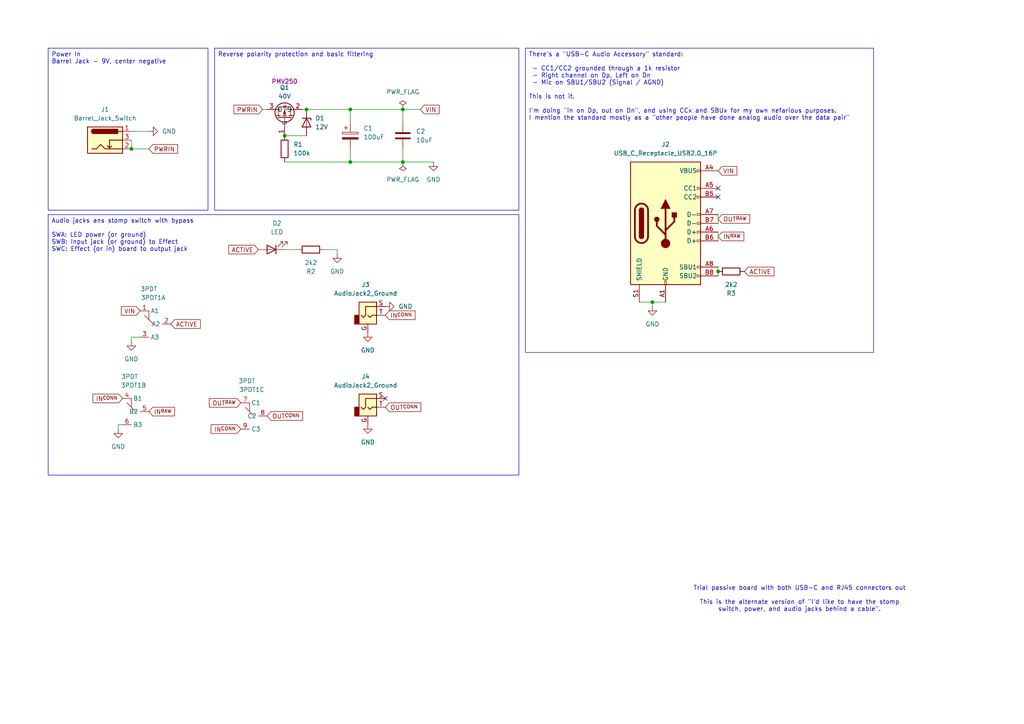
<source format=kicad_sch>
(kicad_sch (version 20250114) (generator "eeschema") (generator_version "9.0")
  (paper "A4")
  (title_block (title "Connector-only base board") (date "2025-06-26") (rev "v1.0"))
  (lib_symbols
    (symbol "Connector:Barrel_Jack_Switch" (pin_names (hide yes))
      (property "Reference" "J" (at 0 5.334 0))
      (property "Value" "Barrel_Jack_Switch" (at 0 -5.08 0))
      (symbol "Barrel_Jack_Switch_0_1"
        (rectangle (start -5.08 3.81) (end 5.08 -3.81) (stroke (width 0.254)) (fill (type background)))
        (polyline (pts (xy -3.81 -2.54) (xy -2.54 -2.54) (xy -1.27 -1.27) (xy 0 -2.54) (xy 2.54 -2.54) (xy 5.08 -2.54)) (stroke (width 0.254)))
        (arc (start -3.302 1.905) (mid -3.9343 2.54) (end -3.302 3.175) (stroke (width 0.254)))
        (arc (start -3.302 1.905) (mid -3.9343 2.54) (end -3.302 3.175) (stroke (width 0.254)) (fill (type outline)))
        (polyline (pts (xy 1.27 -2.286) (xy 1.905 -1.651)) (stroke (width 0.254)))
        (rectangle (start 3.683 3.175) (end -3.302 1.905) (stroke (width 0.254)) (fill (type outline)))
        (polyline (pts (xy 5.08 2.54) (xy 3.81 2.54)) (stroke (width 0.254)))
        (polyline (pts (xy 5.08 0) (xy 1.27 0) (xy 1.27 -2.286) (xy 0.635 -1.651)) (stroke (width 0.254)))
      )
      (symbol "Barrel_Jack_Switch_1_1"
        (pin passive line (at 7.62 2.54 180) (length 2.54) (name "~") (number "1"))
        (pin passive line (at 7.62 0 180) (length 2.54) (name "~") (number "3"))
        (pin passive line (at 7.62 -2.54 180) (length 2.54) (name "~") (number "2"))
      )
    )
    (symbol "Connector:USB_C_Receptacle_USB2.0_16P" (pin_names (offset 1.016))
      (property "Reference" "J" (at 0 22.225 0))
      (property "Value" "USB_C_Receptacle_USB2.0_16P" (at 0 19.685 0))
      (symbol "USB_C_Receptacle_USB2.0_16P_0_0"
        (rectangle (start -0.254 -17.78) (end 0.254 -16.764))
        (rectangle (start 10.16 15.494) (end 9.144 14.986))
        (rectangle (start 10.16 10.414) (end 9.144 9.906))
        (rectangle (start 10.16 7.874) (end 9.144 7.366))
        (rectangle (start 10.16 2.794) (end 9.144 2.286))
        (rectangle (start 10.16 0.254) (end 9.144 -0.254))
        (rectangle (start 10.16 -2.286) (end 9.144 -2.794))
        (rectangle (start 10.16 -4.826) (end 9.144 -5.334))
        (rectangle (start 10.16 -12.446) (end 9.144 -12.954))
        (rectangle (start 10.16 -14.986) (end 9.144 -15.494))
      )
      (symbol "USB_C_Receptacle_USB2.0_16P_0_1"
        (rectangle (start -10.16 17.78) (end 10.16 -17.78) (stroke (width 0.254)) (fill (type background)))
        (polyline (pts (xy -8.89 -3.81) (xy -8.89 3.81)) (stroke (width 0.508)))
        (rectangle (start -7.62 -3.81) (end -6.35 3.81) (stroke (width 0.254)) (fill (type outline)))
        (arc (start -7.62 3.81) (mid -6.985 4.4423) (end -6.35 3.81) (stroke (width 0.254)))
        (arc (start -7.62 3.81) (mid -6.985 4.4423) (end -6.35 3.81) (stroke (width 0.254)) (fill (type outline)))
        (arc (start -8.89 3.81) (mid -6.985 5.7067) (end -5.08 3.81) (stroke (width 0.508)))
        (arc (start -5.08 -3.81) (mid -6.985 -5.7067) (end -8.89 -3.81) (stroke (width 0.508)))
        (arc (start -6.35 -3.81) (mid -6.985 -4.4423) (end -7.62 -3.81) (stroke (width 0.254)))
        (arc (start -6.35 -3.81) (mid -6.985 -4.4423) (end -7.62 -3.81) (stroke (width 0.254)) (fill (type outline)))
        (polyline (pts (xy -5.08 3.81) (xy -5.08 -3.81)) (stroke (width 0.508)))
        (circle (center -2.54 1.143) (radius 0.635) (stroke (width 0.254)) (fill (type outline)))
        (polyline (pts (xy -1.27 4.318) (xy 0 6.858) (xy 1.27 4.318) (xy -1.27 4.318)) (stroke (width 0.254)) (fill (type outline)))
        (polyline (pts (xy 0 -2.032) (xy 2.54 0.508) (xy 2.54 1.778)) (stroke (width 0.508)))
        (polyline (pts (xy 0 -3.302) (xy -2.54 -0.762) (xy -2.54 0.508)) (stroke (width 0.508)))
        (polyline (pts (xy 0 -5.842) (xy 0 4.318)) (stroke (width 0.508)))
        (circle (center 0 -5.842) (radius 1.27) (fill (type outline)))
        (rectangle (start 1.905 1.778) (end 3.175 3.048) (stroke (width 0.254)) (fill (type outline)))
      )
      (symbol "USB_C_Receptacle_USB2.0_16P_1_1"
        (pin passive line (at -7.62 -22.86 90) (length 5.08) (name "SHIELD") (number "S1"))
        (pin passive line (at 0 -22.86 90) (length 5.08) (name "GND") (number "A1"))
        (pin passive line (at 0 -22.86 90) (length 5.08) (hide yes) (name "GND") (number "A12"))
        (pin passive line (at 0 -22.86 90) (length 5.08) (hide yes) (name "GND") (number "B1"))
        (pin passive line (at 0 -22.86 90) (length 5.08) (hide yes) (name "GND") (number "B12"))
        (pin passive line (at 15.24 15.24 180) (length 5.08) (name "VBUS") (number "A4"))
        (pin passive line (at 15.24 15.24 180) (length 5.08) (hide yes) (name "VBUS") (number "A9"))
        (pin passive line (at 15.24 15.24 180) (length 5.08) (hide yes) (name "VBUS") (number "B4"))
        (pin passive line (at 15.24 15.24 180) (length 5.08) (hide yes) (name "VBUS") (number "B9"))
        (pin bidirectional line (at 15.24 10.16 180) (length 5.08) (name "CC1") (number "A5"))
        (pin bidirectional line (at 15.24 7.62 180) (length 5.08) (name "CC2") (number "B5"))
        (pin bidirectional line (at 15.24 2.54 180) (length 5.08) (name "D-") (number "A7"))
        (pin bidirectional line (at 15.24 0 180) (length 5.08) (name "D-") (number "B7"))
        (pin bidirectional line (at 15.24 -2.54 180) (length 5.08) (name "D+") (number "A6"))
        (pin bidirectional line (at 15.24 -5.08 180) (length 5.08) (name "D+") (number "B6"))
        (pin bidirectional line (at 15.24 -12.7 180) (length 5.08) (name "SBU1") (number "A8"))
        (pin bidirectional line (at 15.24 -15.24 180) (length 5.08) (name "SBU2") (number "B8"))
      )
    )
    (symbol "Connector_Audio:AudioJack2_Ground"
      (property "Reference" "J" (at 0 8.89 0))
      (property "Value" "AudioJack2_Ground" (at 0 6.35 0))
      (symbol "AudioJack2_Ground_0_1"
        (rectangle (start -2.54 -2.54) (end -3.81 0) (stroke (width 0.254)) (fill (type outline)))
        (polyline (pts (xy 0 0) (xy 0.635 -0.635) (xy 1.27 0) (xy 2.54 0)) (stroke (width 0.254)))
        (rectangle (start 2.54 3.81) (end -2.54 -2.54) (stroke (width 0.254)) (fill (type background)))
        (polyline (pts (xy 2.54 2.54) (xy -0.635 2.54) (xy -0.635 0) (xy -1.27 -0.635) (xy -1.905 0)) (stroke (width 0.254)))
      )
      (symbol "AudioJack2_Ground_1_1"
        (pin passive line (at 0 -5.08 90) (length 2.54) (name "~") (number "G"))
        (pin passive line (at 5.08 2.54 180) (length 2.54) (name "~") (number "S"))
        (pin passive line (at 5.08 0 180) (length 2.54) (name "~") (number "T"))
      )
    )
    (symbol "Device:C" (pin_numbers (hide yes)) (pin_names (offset 0.254))
      (property "Reference" "C" (at 0.635 2.54 0))
      (property "Value" "C" (at 0.635 -2.54 0))
      (symbol "C_0_1"
        (polyline (pts (xy -2.032 0.762) (xy 2.032 0.762)) (stroke (width 0.508)))
        (polyline (pts (xy -2.032 -0.762) (xy 2.032 -0.762)) (stroke (width 0.508)))
      )
      (symbol "C_1_1"
        (pin passive line (at 0 3.81 270) (length 2.794) (name "~") (number "1"))
        (pin passive line (at 0 -3.81 90) (length 2.794) (name "~") (number "2"))
      )
    )
    (symbol "Device:C_Polarized" (pin_numbers (hide yes)) (pin_names (offset 0.254))
      (property "Reference" "C" (at 0.635 2.54 0))
      (property "Value" "C_Polarized" (at 0.635 -2.54 0))
      (symbol "C_Polarized_0_1"
        (rectangle (start -2.286 0.508) (end 2.286 1.016))
        (polyline (pts (xy -1.778 2.286) (xy -0.762 2.286)))
        (polyline (pts (xy -1.27 2.794) (xy -1.27 1.778)))
        (rectangle (start 2.286 -0.508) (end -2.286 -1.016) (fill (type outline)))
      )
      (symbol "C_Polarized_1_1"
        (pin passive line (at 0 3.81 270) (length 2.794) (name "~") (number "1"))
        (pin passive line (at 0 -3.81 90) (length 2.794) (name "~") (number "2"))
      )
    )
    (symbol "Device:D_Zener" (pin_numbers (hide yes)) (pin_names (offset 1.016) (hide yes))
      (property "Reference" "D" (at 0 2.54 0))
      (property "Value" "D_Zener" (at 0 -2.54 0))
      (symbol "D_Zener_0_1"
        (polyline (pts (xy -1.27 -1.27) (xy -1.27 1.27) (xy -0.762 1.27)) (stroke (width 0.254)))
        (polyline (pts (xy 1.27 0) (xy -1.27 0)))
        (polyline (pts (xy 1.27 -1.27) (xy 1.27 1.27) (xy -1.27 0) (xy 1.27 -1.27)) (stroke (width 0.254)))
      )
      (symbol "D_Zener_1_1"
        (pin passive line (at -3.81 0 0) (length 2.54) (name "K") (number "1"))
        (pin passive line (at 3.81 0 180) (length 2.54) (name "A") (number "2"))
      )
    )
    (symbol "Device:LED" (pin_numbers (hide yes)) (pin_names (offset 1.016) (hide yes))
      (property "Reference" "D" (at 0 2.54 0))
      (property "Value" "LED" (at 0 -2.54 0))
      (symbol "LED_0_1"
        (polyline (pts (xy -3.048 -0.762) (xy -4.572 -2.286) (xy -3.81 -2.286) (xy -4.572 -2.286) (xy -4.572 -1.524)))
        (polyline (pts (xy -1.778 -0.762) (xy -3.302 -2.286) (xy -2.54 -2.286) (xy -3.302 -2.286) (xy -3.302 -1.524)))
        (polyline (pts (xy -1.27 0) (xy 1.27 0)))
        (polyline (pts (xy -1.27 -1.27) (xy -1.27 1.27)) (stroke (width 0.254)))
        (polyline (pts (xy 1.27 -1.27) (xy 1.27 1.27) (xy -1.27 0) (xy 1.27 -1.27)) (stroke (width 0.254)))
      )
      (symbol "LED_1_1"
        (pin passive line (at -3.81 0 0) (length 2.54) (name "K") (number "1"))
        (pin passive line (at 3.81 0 180) (length 2.54) (name "A") (number "2"))
      )
    )
    (symbol "Device:R" (pin_numbers (hide yes)) (pin_names (offset 0))
      (property "Reference" "R" (at 2.032 0 90))
      (property "Value" "R" (at 0 0 90))
      (symbol "R_0_1"
        (rectangle (start -1.016 -2.54) (end 1.016 2.54) (stroke (width 0.254)))
      )
      (symbol "R_1_1"
        (pin passive line (at 0 3.81 270) (length 1.27) (name "~") (number "1"))
        (pin passive line (at 0 -3.81 90) (length 1.27) (name "~") (number "2"))
      )
    )
    (symbol "Mylib:3PDT"
      (property "Reference" "3PDT" (at 0 0 0))
      (symbol "3PDT_0_1"
        (polyline (pts (xy 0 -3.81) (xy 0 -6.35)))
        (polyline (pts (xy 1.27 -7.62) (xy -1.27 -5.08)))
      )
      (symbol "3PDT_1_1"
        (pin passive line (at -2.54 -3.81 0) (length 2.54) (name "A1") (number "1"))
        (pin passive line (at -2.54 -11.43 0) (length 2.54) (name "A3") (number "3"))
        (pin passive line (at 6.35 -7.62 180) (length 2.54) (name "A2") (number "2"))
      )
      (symbol "3PDT_2_1"
        (pin passive line (at -2.54 -3.81 0) (length 2.54) (name "B1") (number "4"))
        (pin passive line (at -2.54 -11.43 0) (length 2.54) (name "B3") (number "6"))
        (pin passive line (at 5.08 -7.62 180) (length 2.54) (name "B2") (number "5"))
      )
      (symbol "3PDT_3_1"
        (pin passive line (at -2.54 -3.81 0) (length 2.54) (name "C1") (number "7"))
        (pin passive line (at -2.54 -11.43 0) (length 2.54) (name "C3") (number "9"))
        (pin passive line (at 5.08 -7.62 180) (length 2.54) (name "C2") (number "8"))
      )
    )
    (symbol "Mylib:PMV250EPEAR"
      (property "Reference" "Q" (at 0 4.572 0))
      (property "Value" "PMV250" (at 0 6.604 0))
      (symbol "PMV250EPEAR_0_1"
        (polyline (pts (xy -2.54 0) (xy -1.778 0)))
        (polyline (pts (xy -2.286 -1.778) (xy -1.27 -1.778)) (stroke (width 0.254)))
        (polyline (pts (xy -1.905 -2.286) (xy 1.905 -2.286)) (stroke (width 0.254)))
        (circle (center -1.778 0) (radius 0.254) (fill (type outline)))
        (polyline (pts (xy -1.778 -1.778) (xy -1.778 0.762) (xy 1.778 0.762) (xy 1.778 -1.778)))
        (polyline (pts (xy -0.508 -1.778) (xy 0.508 -1.778)) (stroke (width 0.254)))
        (polyline (pts (xy 0 -0.254) (xy -0.381 -1.27) (xy 0.381 -1.27) (xy 0 -0.254)) (fill (type outline)))
        (circle (center 0 -0.889) (radius 2.794) (stroke (width 0.254)))
        (polyline (pts (xy 0 -2.286) (xy 0 -5.08)))
        (polyline (pts (xy 0.381 0.762) (xy -0.254 0.381) (xy -0.254 1.143) (xy 0.381 0.762)))
        (polyline (pts (xy 0.508 0.254) (xy 0.381 0.381) (xy 0.381 1.143) (xy 0.254 1.27)))
        (polyline (pts (xy 1.27 -1.778) (xy 2.286 -1.778)) (stroke (width 0.254)))
        (circle (center 1.778 0) (radius 0.254) (fill (type outline)))
        (polyline (pts (xy 2.54 0) (xy 0 0) (xy 0 -1.778)))
      )
      (symbol "PMV250EPEAR_1_1"
        (pin passive line (at -5.08 0 0) (length 2.54) (name "D") (number "3"))
        (pin input line (at 0 -7.62 90) (length 2.54) (name "G") (number "1"))
        (pin passive line (at 5.08 0 180) (length 2.54) (name "S") (number "2"))
      )
    )
    (symbol "power:GND" (power) (pin_numbers (hide yes)) (pin_names (offset 0) (hide yes))
      (property "Value" "GND" (at 0 -3.81 0))
      (symbol "GND_0_1"
        (polyline (pts (xy 0 0) (xy 0 -1.27) (xy 1.27 -1.27) (xy 0 -2.54) (xy -1.27 -1.27) (xy 0 -1.27)))
      )
      (symbol "GND_1_1"
        (pin power_in line (at 0 0 270) (length 0) (name "~") (number "1"))
      )
    )
    (symbol "power:PWR_FLAG" (power) (pin_numbers (hide yes)) (pin_names (offset 0) (hide yes))
      (property "Value" "PWR_FLAG" (at 0 3.81 0))
      (symbol "PWR_FLAG_0_0"
        (pin power_out line (at 0 0 90) (length 0) (name "~") (number "1"))
      )
      (symbol "PWR_FLAG_0_1"
        (polyline (pts (xy 0 0) (xy 0 1.27) (xy -1.016 1.905) (xy 0 2.54) (xy 1.016 1.905) (xy 0 1.27)))
      )
    )
  )
  (text "Trial passive board with both USB-C and RJ45 connectors out\n\nThis is the alternate version of \"I'd like to have the stomp\nswitch, power, and audio jacks behind a cable\"." (at 231.902 173.736 0) (effects (font (size 1.27 1.27))))
  (text_box "There's a \"USB-C Audio Accessory\" standard:\n\n - CC1/CC2 grounded through a 1k resistor\n - Right channel on Dp, Left on Dn\n - Mic on SBU1/SBU2 (Signal / AGND)\n\nThis is not it.\n\nI'm doing \"in on Dp, out on Dn\", and using CCx and SBUx for my own nefarious purposes.\nI mention the standard mostly as a \"other people have done analog audio over the data pair\"" (at 152.4 13.97 0) (size 100.965 88.265) (margins 0.9525 0.9525 0.9525 0.9525) (effects (font (size 1.27 1.27)) (justify left top)))
  (text_box "Power In\nBarrel Jack - 9V, center negative" (at 13.97 13.97 0) (size 46.355 46.99) (margins 0.9525 0.9525 0.9525 0.9525) (effects (font (size 1.27 1.27)) (justify left top)))
  (text_box "Audio jacks ans stomp switch with bypass\n\nSWA: LED power (or ground)\nSWB: Input jack (or ground) to Effect\nSWC: Effect (or in) board to output jack" (at 13.97 62.23 0) (size 136.525 75.565) (margins 0.9525 0.9525 0.9525 0.9525) (effects (font (size 1.27 1.27)) (justify left top)))
  (text_box "Reverse polarity protection and basic filtering" (at 62.23 13.97 0) (size 88.265 46.99) (margins 0.9525 0.9525 0.9525 0.9525) (effects (font (size 1.27 1.27)) (justify left top)))
  (junction (at 116.84 46.99))
  (junction (at 101.6 46.99))
  (junction (at 208.28 78.74))
  (junction (at 189.23 87.63))
  (junction (at 82.55 39.37))
  (junction (at 88.9 31.75))
  (junction (at 101.6 31.75))
  (junction (at 38.1 43.18))
  (junction (at 116.84 31.75))
  (no_connect (at 111.76 115.57))
  (no_connect (at 208.28 57.15))
  (no_connect (at 208.28 54.61))
  (wire (pts (xy 208.28 62.23) (xy 208.28 64.77)))
  (wire (pts (xy 40.64 97.79) (xy 38.1 97.79)))
  (wire (pts (xy 208.28 78.74) (xy 208.28 80.01)))
  (wire (pts (xy 97.79 72.39) (xy 93.98 72.39)))
  (wire (pts (xy 38.1 43.18) (xy 43.18 43.18)))
  (wire (pts (xy 101.6 46.99) (xy 116.84 46.99)))
  (wire (pts (xy 101.6 43.18) (xy 101.6 46.99)))
  (wire (pts (xy 82.55 39.37) (xy 88.9 39.37)))
  (wire (pts (xy 82.55 46.99) (xy 101.6 46.99)))
  (wire (pts (xy 116.84 35.56) (xy 116.84 31.75)))
  (wire (pts (xy 208.28 77.47) (xy 208.28 78.74)))
  (wire (pts (xy 76.2 31.75) (xy 77.47 31.75)))
  (wire (pts (xy 87.63 31.75) (xy 88.9 31.75)))
  (wire (pts (xy 38.1 97.79) (xy 38.1 99.06)))
  (wire (pts (xy 189.23 87.63) (xy 189.23 88.9)))
  (wire (pts (xy 86.36 72.39) (xy 82.55 72.39)))
  (wire (pts (xy 116.84 31.75) (xy 121.92 31.75)))
  (wire (pts (xy 116.84 46.99) (xy 125.73 46.99)))
  (wire (pts (xy 34.29 123.19) (xy 34.29 124.46)))
  (wire (pts (xy 189.23 87.63) (xy 193.04 87.63)))
  (wire (pts (xy 38.1 40.64) (xy 38.1 43.18)))
  (wire (pts (xy 97.79 73.66) (xy 97.79 72.39)))
  (wire (pts (xy 38.1 38.1) (xy 43.18 38.1)))
  (wire (pts (xy 88.9 31.75) (xy 101.6 31.75)))
  (wire (pts (xy 185.42 87.63) (xy 189.23 87.63)))
  (wire (pts (xy 35.56 123.19) (xy 34.29 123.19)))
  (wire (pts (xy 101.6 31.75) (xy 116.84 31.75)))
  (wire (pts (xy 208.28 67.31) (xy 208.28 69.85)))
  (wire (pts (xy 116.84 43.18) (xy 116.84 46.99)))
  (wire (pts (xy 101.6 35.56) (xy 101.6 31.75)))
  (global_label "ACTIVE" (shape input) (at 215.9 78.74 0) (property "Intersheetrefs" "${INTERSHEET_REFS}" (effects (hide yes))))
  (global_label "IN^{CONN}" (shape input) (at 69.85 124.46 180) (property "Intersheetrefs" "${INTERSHEET_REFS}" (effects (hide yes))))
  (global_label "PWRIN" (shape input) (at 43.18 43.18 0) (property "Intersheetrefs" "${INTERSHEET_REFS}" (effects (hide yes))))
  (global_label "OUT^{CONN}" (shape input) (at 111.76 118.11 0) (property "Intersheetrefs" "${INTERSHEET_REFS}" (effects (hide yes))))
  (global_label "OUT^{RAW}" (shape input) (at 69.85 116.84 180) (property "Intersheetrefs" "${INTERSHEET_REFS}" (effects (hide yes))))
  (global_label "VIN" (shape input) (at 40.64 90.17 180) (property "Intersheetrefs" "${INTERSHEET_REFS}" (effects (hide yes))))
  (global_label "ACTIVE" (shape input) (at 74.93 72.39 180) (property "Intersheetrefs" "${INTERSHEET_REFS}" (effects (hide yes))))
  (global_label "IN^{CONN}" (shape input) (at 111.76 91.44 0) (property "Intersheetrefs" "${INTERSHEET_REFS}" (effects (hide yes))))
  (global_label "OUT^{RAW}" (shape input) (at 208.28 63.5 0) (property "Intersheetrefs" "${INTERSHEET_REFS}" (effects (hide yes))))
  (global_label "ACTIVE" (shape input) (at 49.53 93.98 0) (property "Intersheetrefs" "${INTERSHEET_REFS}" (effects (hide yes))))
  (global_label "VIN" (shape input) (at 208.28 49.53 0) (property "Intersheetrefs" "${INTERSHEET_REFS}" (effects (hide yes))))
  (global_label "IN^{RAW}" (shape input) (at 43.18 119.38 0) (property "Intersheetrefs" "${INTERSHEET_REFS}" (effects (hide yes))))
  (global_label "PWRIN" (shape input) (at 76.2 31.75 180) (property "Intersheetrefs" "${INTERSHEET_REFS}" (effects (hide yes))))
  (global_label "VIN" (shape input) (at 121.92 31.75 0) (property "Intersheetrefs" "${INTERSHEET_REFS}" (effects (hide yes))))
  (global_label "OUT^{CONN}" (shape input) (at 77.47 120.65 0) (property "Intersheetrefs" "${INTERSHEET_REFS}" (effects (hide yes))))
  (global_label "IN^{RAW}" (shape input) (at 208.28 68.58 0) (property "Intersheetrefs" "${INTERSHEET_REFS}" (effects (hide yes))))
  (global_label "IN^{CONN}" (shape input) (at 35.56 115.57 180) (property "Intersheetrefs" "${INTERSHEET_REFS}" (effects (hide yes))))
  (symbol (lib_id "Connector_Audio:AudioJack2_Ground") (at 106.68 91.44 0) (unit 1) (exclude_from_sim yes)
    (property "Reference" "J3" (at 106.045 82.55 0))
    (property "Value" "AudioJack2_Ground" (at 106.045 85.09 0))
    (property "Footprint" "Mylib:CK-6.35" (effects (hide yes)))
    (property "Description" "Audio Jack, 2 Poles (Mono / TS), Grounded Sleeve" (effects (hide yes)))
  )
  (symbol (lib_id "power:GND") (at 111.76 88.9 90) (unit 1)
    (property "Reference" "#PWR04" (effects (hide yes)))
    (property "Value" "GND" (at 115.57 88.8999 90) (effects (justify right)))
    (property "Description" "Power symbol creates a global label with name \"GND\" , ground" (effects (hide yes)))
  )
  (symbol (lib_id "Connector:Barrel_Jack_Switch") (at 30.48 40.64 0) (unit 1) (exclude_from_sim yes)
    (property "Reference" "J1" (at 30.48 31.75 0))
    (property "Value" "Barrel_Jack_Switch" (at 30.48 34.29 0))
    (property "Footprint" "Connector_BarrelJack:BarrelJack_Wuerth_6941xx301002" (effects (hide yes)))
    (property "Description" "DC Barrel Jack with an internal switch" (effects (hide yes)))
  )
  (symbol (lib_id "Device:R") (at 82.55 43.18 0) (unit 1)
    (property "Reference" "R1" (at 85.09 41.9099 0) (effects (justify left)))
    (property "Value" "100k" (at 85.09 44.4499 0) (effects (justify left)))
    (property "Footprint" "Resistor_SMD:R_0805_2012Metric_Pad1.20x1.40mm_HandSolder" (effects (hide yes)))
    (property "Description" "Resistor" (effects (hide yes)))
  )
  (symbol (lib_id "power:PWR_FLAG") (at 116.84 31.75 0) (unit 1)
    (property "Reference" "#FLG01" (effects (hide yes)))
    (property "Value" "PWR_FLAG" (at 116.84 26.67 0))
    (property "Description" "Special symbol for telling ERC where power comes from" (effects (hide yes)))
  )
  (symbol (lib_id "power:GND") (at 106.68 123.19 0) (unit 1)
    (property "Reference" "#PWR08" (effects (hide yes)))
    (property "Value" "GND" (at 106.68 128.27 0))
    (property "Description" "Power symbol creates a global label with name \"GND\" , ground" (effects (hide yes)))
  )
  (symbol (lib_id "Device:C_Polarized") (at 101.6 39.37 0) (unit 1)
    (property "Reference" "C1" (at 105.41 37.2109 0) (effects (justify left)))
    (property "Value" "100uF" (at 105.41 39.7509 0) (effects (justify left)))
    (property "Footprint" "Capacitor_THT:CP_Radial_D8.0mm_P3.50mm" (effects (hide yes)))
    (property "Description" "Polarized capacitor" (effects (hide yes)))
  )
  (symbol (lib_id "Mylib:3PDT") (at 38.1 111.76 0) (unit 2) (exclude_from_sim yes)
    (property "Reference" "3PDT1" (at 38.735 111.76 0))
    (property "Value" "3PDT" (at 37.592 109.22 0))
    (property "Footprint" "Mylib:3PDT-Stomp-Switch" (effects (hide yes)))
  )
  (symbol (lib_id "Device:C") (at 116.84 39.37 0) (unit 1)
    (property "Reference" "C2" (at 120.65 38.0999 0) (effects (justify left)))
    (property "Value" "10uF" (at 120.65 40.6399 0) (effects (justify left)))
    (property "Footprint" "Capacitor_SMD:C_1206_3216Metric_Pad1.33x1.80mm_HandSolder" (effects (hide yes)))
    (property "Description" "Unpolarized capacitor" (effects (hide yes)))
  )
  (symbol (lib_id "Device:R") (at 212.09 78.74 270) (mirror x) (unit 1)
    (property "Reference" "R3" (at 212.09 85.09 90))
    (property "Value" "2k2" (at 212.09 82.55 90))
    (property "Footprint" "Resistor_SMD:R_0805_2012Metric_Pad1.20x1.40mm_HandSolder" (effects (hide yes)))
    (property "Description" "Resistor" (effects (hide yes)))
  )
  (symbol (lib_id "Mylib:3PDT") (at 43.18 86.36 0) (unit 1) (exclude_from_sim yes)
    (property "Reference" "3PDT1" (at 44.45 86.36 0))
    (property "Value" "3PDT" (at 43.18 83.82 0))
    (property "Footprint" "Mylib:3PDT-Stomp-Switch" (effects (hide yes)))
  )
  (symbol (lib_id "power:GND") (at 38.1 99.06 0) (unit 1)
    (property "Reference" "#PWR07" (effects (hide yes)))
    (property "Value" "GND" (at 38.1 104.14 0))
    (property "Description" "Power symbol creates a global label with name \"GND\" , ground" (effects (hide yes)))
  )
  (symbol (lib_id "Mylib:PMV250EPEAR") (at 82.55 31.75 0) (unit 1)
    (property "Reference" "Q1" (at 82.55 25.4 0))
    (property "Value" "40V" (at 82.55 27.94 0))
    (property "Footprint" "Package_TO_SOT_SMD:SOT-23-3" (effects (hide yes)))
    (property "Datasheet" "https://assets.nexperia.com/documents/data-sheet/PMV250EPEA.pdf" (effects (hide yes)))
    (property "Description" "P-channel enhancement mode FET" (effects (hide yes)))
    (property "Sim.Device" "SUBCKT" (effects (hide yes)))
    (property "Sim.Pins" "1=GATE 2=SOURCE 3=DRAIN" (effects (hide yes)))
    (property "Sim.Library" "${KIPRJMOD}/../../symbols/pmv250epea.lib" (effects (hide yes)))
    (property "Sim.Name" "PMV250" (at 82.55 23.622 0))
  )
  (symbol (lib_id "Connector:USB_C_Receptacle_USB2.0_16P") (at 193.04 64.77 0) (unit 1) (exclude_from_sim yes)
    (property "Reference" "J2" (at 193.04 41.91 0))
    (property "Value" "USB_C_Receptacle_USB2.0_16P" (at 193.04 44.45 0))
    (property "Footprint" "Connector_USB:USB_C_Receptacle_GCT_USB4085" (effects (hide yes)))
    (property "Datasheet" "https://www.usb.org/sites/default/files/documents/usb_type-c.zip" (effects (hide yes)))
    (property "Description" "USB 2.0-only 16P Type-C Receptacle connector" (effects (hide yes)))
  )
  (symbol (lib_id "power:GND") (at 189.23 88.9 0) (unit 1)
    (property "Reference" "#PWR05" (effects (hide yes)))
    (property "Value" "GND" (at 189.23 93.98 0))
    (property "Description" "Power symbol creates a global label with name \"GND\" , ground" (effects (hide yes)))
  )
  (symbol (lib_id "power:PWR_FLAG") (at 116.84 46.99 180) (unit 1)
    (property "Reference" "#FLG02" (effects (hide yes)))
    (property "Value" "PWR_FLAG" (at 116.84 52.07 0))
    (property "Description" "Special symbol for telling ERC where power comes from" (effects (hide yes)))
  )
  (symbol (lib_id "power:GND") (at 43.18 38.1 90) (unit 1)
    (property "Reference" "#PWR01" (effects (hide yes)))
    (property "Value" "GND" (at 46.99 38.0999 90) (effects (justify right)))
    (property "Description" "Power symbol creates a global label with name \"GND\" , ground" (effects (hide yes)))
  )
  (symbol (lib_id "Device:LED") (at 78.74 72.39 180) (unit 1)
    (property "Reference" "D2" (at 80.3275 64.77 0))
    (property "Value" "LED" (at 80.3275 67.31 0))
    (property "Footprint" "LED_THT:LED_D5.0mm" (effects (hide yes)))
    (property "Description" "Light emitting diode" (effects (hide yes)))
    (property "Sim.Pins" "1=K 2=A" (effects (hide yes)))
    (property "Sim.Device" "D" (effects (hide yes)))
  )
  (symbol (lib_id "power:GND") (at 34.29 124.46 0) (unit 1)
    (property "Reference" "#PWR09" (effects (hide yes)))
    (property "Value" "GND" (at 34.29 129.54 0))
    (property "Description" "Power symbol creates a global label with name \"GND\" , ground" (effects (hide yes)))
  )
  (symbol (lib_id "power:GND") (at 97.79 73.66 0) (unit 1)
    (property "Reference" "#PWR03" (effects (hide yes)))
    (property "Value" "GND" (at 97.79 78.74 0))
    (property "Description" "Power symbol creates a global label with name \"GND\" , ground" (effects (hide yes)))
  )
  (symbol (lib_id "Device:R") (at 90.17 72.39 270) (mirror x) (unit 1)
    (property "Reference" "R2" (at 90.17 78.74 90))
    (property "Value" "2k2" (at 90.17 76.2 90))
    (property "Footprint" "Resistor_SMD:R_0805_2012Metric_Pad1.20x1.40mm_HandSolder" (effects (hide yes)))
    (property "Description" "Resistor" (effects (hide yes)))
  )
  (symbol (lib_id "Connector_Audio:AudioJack2_Ground") (at 106.68 118.11 0) (unit 1) (exclude_from_sim yes)
    (property "Reference" "J4" (at 106.045 109.22 0))
    (property "Value" "AudioJack2_Ground" (at 106.045 111.76 0))
    (property "Footprint" "Mylib:CK-6.35" (effects (hide yes)))
    (property "Description" "Audio Jack, 2 Poles (Mono / TS), Grounded Sleeve" (effects (hide yes)))
  )
  (symbol (lib_id "Device:D_Zener") (at 88.9 35.56 270) (unit 1)
    (property "Reference" "D1" (at 91.44 34.2899 90) (effects (justify left)))
    (property "Value" "12V" (at 91.44 36.8299 90) (effects (justify left)))
    (property "Footprint" "Diode_SMD:D_SOD-123" (effects (hide yes)))
    (property "Description" "Zener diode" (effects (hide yes)))
    (property "Sim.Device" "D" (effects (hide yes)))
    (property "Sim.Pins" "1=K 2=A" (effects (hide yes)))
  )
  (symbol (lib_id "power:GND") (at 106.68 96.52 0) (unit 1)
    (property "Reference" "#PWR06" (effects (hide yes)))
    (property "Value" "GND" (at 106.68 101.6 0))
    (property "Description" "Power symbol creates a global label with name \"GND\" , ground" (effects (hide yes)))
  )
  (symbol (lib_id "Mylib:3PDT") (at 72.39 113.03 0) (unit 3) (exclude_from_sim yes)
    (property "Reference" "3PDT1" (at 73.025 113.03 0))
    (property "Value" "3PDT" (at 71.628 110.49 0))
    (property "Footprint" "Mylib:3PDT-Stomp-Switch" (effects (hide yes)))
  )
  (symbol (lib_id "power:GND") (at 125.73 46.99 0) (unit 1)
    (property "Reference" "#PWR02" (effects (hide yes)))
    (property "Value" "GND" (at 125.73 52.07 0))
    (property "Description" "Power symbol creates a global label with name \"GND\" , ground" (effects (hide yes)))
  )
)
</source>
